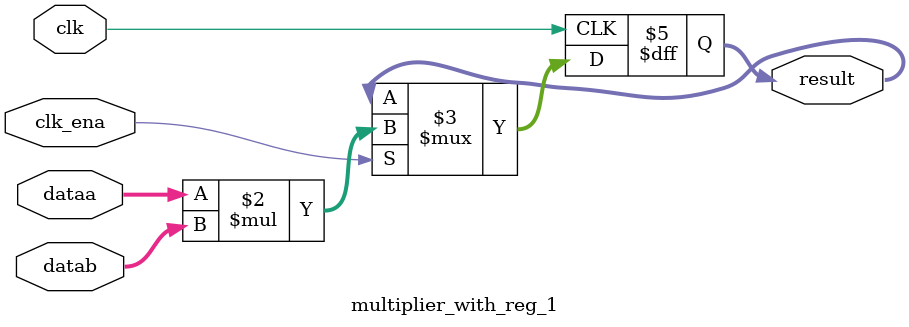
<source format=v>
module multiplier_with_reg_1 (
	clk,
	clk_ena,
	dataa,
	datab,
	result);
	input	  clk;
	input	  clk_ena;
	input	[17:0]  dataa;
	input	[17:0]  datab;
	output	[17:0]  result;
	reg     [17:0]  result;
	always @(posedge clk) begin
		if(clk_ena) begin
			result <= dataa * datab;
		end
	end
endmodule
</source>
